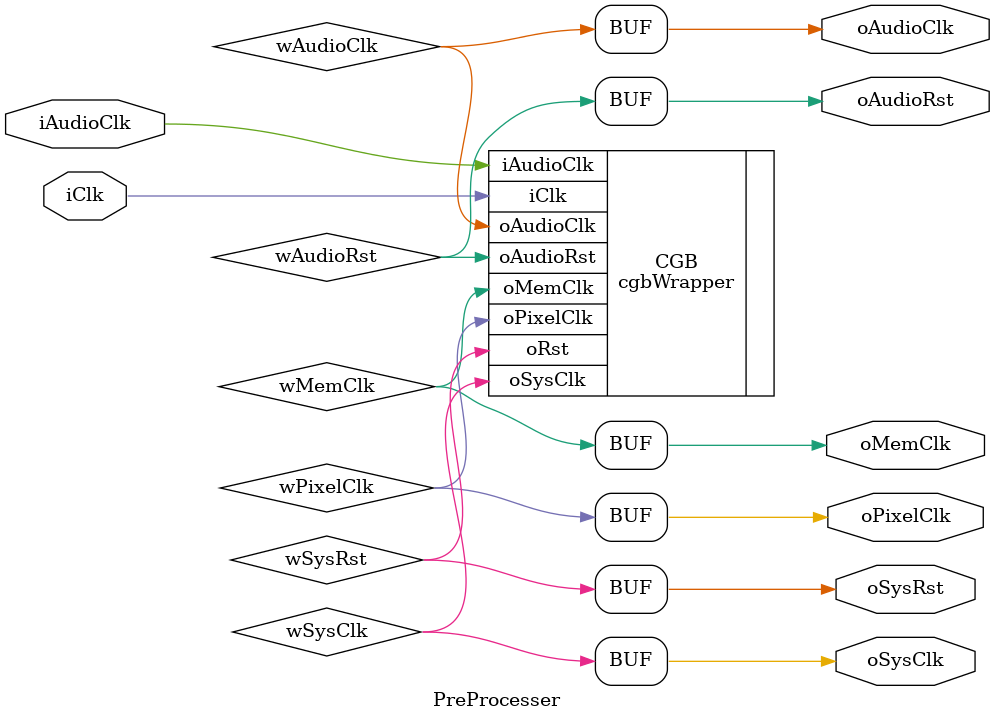
<source format=v>
module PreProcesser #(
    parameter       pSystemPll      = "on",
    parameter       pAudioPll       = "on"
)(
	// External Port
    input           iClk,
    input           iAudioClk,
	// Internal Port
    output          oMemClk,
    output          oPixelClk,
    output          oSysClk,
    output          oAudioClk,
    output          oSysRst,        // Active High Sync Reset
    output          oAudioRst		// Active High Sync Reset
);


//----------------------------------------------------------
// Clock Generate Block
//----------------------------------------------------------
wire wMemClk, wPixelClk, wSysClk, wAudioClk;    assign {oMemClk, oPixelClk, oSysClk, oAudioClk} = {wMemClk, wPixelClk, wSysClk, wAudioClk};
wire wSysRst, wAudioRst;                        assign {oSysRst, oAudioRst} = {wSysRst, wAudioRst};

cgbWrapper # (
    .pSystemPll (pSystemPll),
    .pAudioPll  (pAudioPll)
) CGB (
    .iClk       (iClk),
    .iAudioClk  (iAudioClk),
    .oRst       (wSysRst),
    .oAudioRst  (wAudioRst),
    .oMemClk    (wMemClk),
    .oPixelClk  (wPixelClk),
    .oSysClk    (wSysClk),
    .oAudioClk  (wAudioClk)
);


endmodule
</source>
